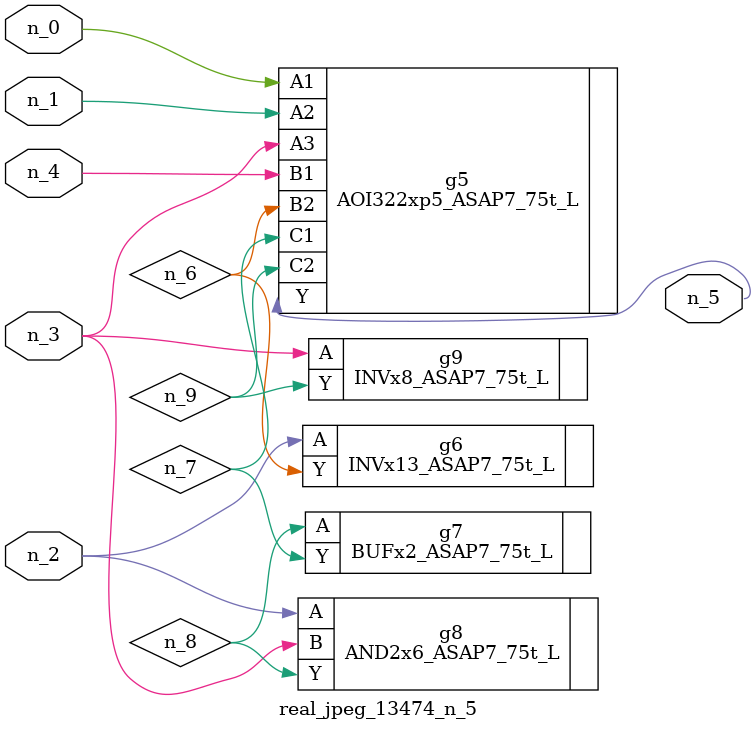
<source format=v>
module real_jpeg_13474_n_5 (n_4, n_0, n_1, n_2, n_3, n_5);

input n_4;
input n_0;
input n_1;
input n_2;
input n_3;

output n_5;

wire n_8;
wire n_6;
wire n_7;
wire n_9;

AOI322xp5_ASAP7_75t_L g5 ( 
.A1(n_0),
.A2(n_1),
.A3(n_3),
.B1(n_4),
.B2(n_6),
.C1(n_7),
.C2(n_9),
.Y(n_5)
);

INVx13_ASAP7_75t_L g6 ( 
.A(n_2),
.Y(n_6)
);

AND2x6_ASAP7_75t_L g8 ( 
.A(n_2),
.B(n_3),
.Y(n_8)
);

INVx8_ASAP7_75t_L g9 ( 
.A(n_3),
.Y(n_9)
);

BUFx2_ASAP7_75t_L g7 ( 
.A(n_8),
.Y(n_7)
);


endmodule
</source>
